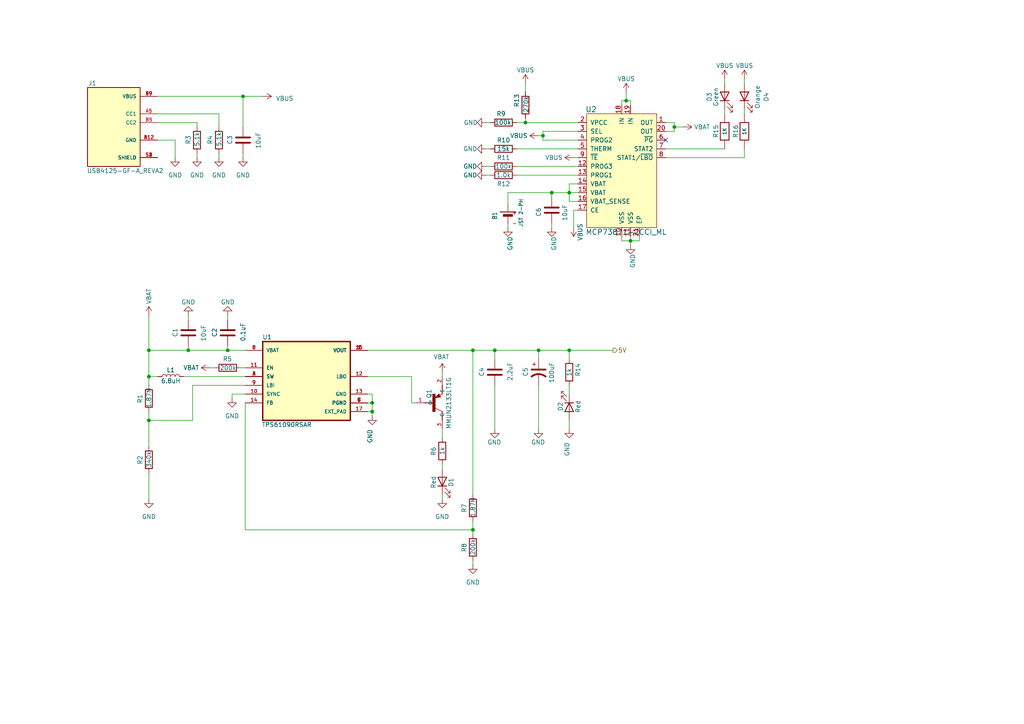
<source format=kicad_sch>
(kicad_sch (version 20210406) (generator eeschema)
  (paper "A4")
  (lib_symbols
    (symbol "Adafruit PowerBoost 1000C Rev B-eagle-import:RESISTOR0805_NOOUTLINE"
      (property "Reference" "R" (at 0 2.54 0))
      (property "Value" "RESISTOR0805_NOOUTLINE" (at 0 0 0))
      (symbol "RESISTOR0805_NOOUTLINE_1_0"
        (polyline (pts (xy -2.54 -1.27) (xy -2.54 1.27)) (stroke (width 0.254)))
        (polyline (pts (xy -2.54 1.27) (xy 2.54 1.27)) (stroke (width 0.254)))
        (polyline (pts (xy 2.54 -1.27) (xy -2.54 -1.27)) (stroke (width 0.254)))
        (polyline (pts (xy 2.54 1.27) (xy 2.54 -1.27)) (stroke (width 0.254)))
        (pin passive line (at -5.08 0 0) (length 2.54) (name "1") (number "1"))
        (pin passive line (at 5.08 0 180) (length 2.54) (name "2") (number "2"))
      )
    )
    (symbol "Device:C" (pin_numbers hide) (pin_names (offset 0.254))
      (property "Reference" "C" (at 0.635 2.54 0))
      (property "Value" "C" (at 0.635 -2.54 0))
      (symbol "C_0_1"
        (polyline (pts (xy -2.032 -0.762) (xy 2.032 -0.762)) (stroke (width 0.508)))
        (polyline (pts (xy -2.032 0.762) (xy 2.032 0.762)) (stroke (width 0.508)))
      )
      (symbol "C_1_1"
        (pin passive line (at 0 3.81 270) (length 2.794) (name "~") (number "1"))
        (pin passive line (at 0 -3.81 90) (length 2.794) (name "~") (number "2"))
      )
    )
    (symbol "Device:C_Polarized_US" (pin_numbers hide) (pin_names (offset 0.254) hide)
      (property "Reference" "C" (at 0.635 2.54 0))
      (property "Value" "C_Polarized_US" (at 0.635 -2.54 0))
      (symbol "C_Polarized_US_0_1"
        (arc (start -2.032 -1.27) (end 2.032 -1.27) (radius (at 0 -3.81) (length 3.2512) (angles 128.7 51.3)) (stroke (width 0.508)))
        (polyline (pts (xy -2.032 0.762) (xy 2.032 0.762)) (stroke (width 0.508)))
        (polyline (pts (xy -1.778 2.286) (xy -0.762 2.286)))
        (polyline (pts (xy -1.27 1.778) (xy -1.27 2.794)))
      )
      (symbol "C_Polarized_US_1_1"
        (pin passive line (at 0 3.81 270) (length 2.794) (name "~") (number "1"))
        (pin passive line (at 0 -3.81 90) (length 3.302) (name "~") (number "2"))
      )
    )
    (symbol "Device:L" (pin_numbers hide) (pin_names (offset 1.016) hide)
      (property "Reference" "L" (at -1.27 0 90))
      (property "Value" "L" (at 1.905 0 90))
      (symbol "L_0_1"
        (arc (start 0 -2.54) (end 0 -1.27) (radius (at 0 -1.905) (length 0.635) (angles -89.9 89.9)))
        (arc (start 0 -1.27) (end 0 0) (radius (at 0 -0.635) (length 0.635) (angles -89.9 89.9)))
        (arc (start 0 0) (end 0 1.27) (radius (at 0 0.635) (length 0.635) (angles -89.9 89.9)))
        (arc (start 0 1.27) (end 0 2.54) (radius (at 0 1.905) (length 0.635) (angles -89.9 89.9)))
      )
      (symbol "L_1_1"
        (pin passive line (at 0 3.81 270) (length 1.27) (name "1") (number "1"))
        (pin passive line (at 0 -3.81 90) (length 1.27) (name "2") (number "2"))
      )
    )
    (symbol "Device:LED" (pin_numbers hide) (pin_names (offset 1.016) hide)
      (property "Reference" "D" (at 0 2.54 0))
      (property "Value" "LED" (at 0 -2.54 0))
      (symbol "LED_0_1"
        (polyline (pts (xy -1.27 -1.27) (xy -1.27 1.27)) (stroke (width 0.254)))
        (polyline (pts (xy -1.27 0) (xy 1.27 0)))
        (polyline (pts (xy 1.27 -1.27) (xy 1.27 1.27) (xy -1.27 0) (xy 1.27 -1.27)) (stroke (width 0.254)))
        (polyline (pts (xy -3.048 -0.762) (xy -4.572 -2.286) (xy -3.81 -2.286) (xy -4.572 -2.286) (xy -4.572 -1.524)))
        (polyline (pts (xy -1.778 -0.762) (xy -3.302 -2.286) (xy -2.54 -2.286) (xy -3.302 -2.286) (xy -3.302 -1.524)))
      )
      (symbol "LED_1_1"
        (pin passive line (at -3.81 0 0) (length 2.54) (name "K") (number "1"))
        (pin passive line (at 3.81 0 180) (length 2.54) (name "A") (number "2"))
      )
    )
    (symbol "Device:R" (pin_numbers hide) (pin_names (offset 0))
      (property "Reference" "R" (at 2.032 0 90))
      (property "Value" "R" (at 0 0 90))
      (symbol "R_0_1"
        (rectangle (start -1.016 -2.54) (end 1.016 2.54) (stroke (width 0.254)))
      )
      (symbol "R_1_1"
        (pin passive line (at 0 3.81 270) (length 1.27) (name "~") (number "1"))
        (pin passive line (at 0 -3.81 90) (length 1.27) (name "~") (number "2"))
      )
    )
    (symbol "JSTPH2:BATTERY"
      (property "Reference" "B" (at -2.54 3.175 0))
      (property "Value" "BATTERY" (at -2.54 -5.08 0))
      (symbol "BATTERY_1_0"
        (text "+" (at 1.27 -1.143 900) (effects (font (size 1.27 1.0795)) (justify right top)))
        (text "-" (at -1.778 -1.143 900) (effects (font (size 1.27 1.0795)) (justify right top)))
        (polyline (pts (xy -2.54 0) (xy -0.635 0)) (stroke (width 0.1524)))
        (polyline (pts (xy -0.508 -1.27) (xy -0.508 1.27)) (stroke (width 0.254)))
        (polyline (pts (xy -0.508 1.27) (xy -0.254 1.27)) (stroke (width 0.254)))
        (polyline (pts (xy -0.254 -1.27) (xy -0.508 -1.27)) (stroke (width 0.254)))
        (polyline (pts (xy -0.254 1.27) (xy -0.254 -1.27)) (stroke (width 0.254)))
        (polyline (pts (xy -0.254 1.27) (xy 0 1.27)) (stroke (width 0.254)))
        (polyline (pts (xy 0 -1.27) (xy -0.254 -1.27)) (stroke (width 0.254)))
        (polyline (pts (xy 0 1.27) (xy 0 -1.27)) (stroke (width 0.254)))
        (polyline (pts (xy 0.762 2.286) (xy 0.762 -2.286)) (stroke (width 0.254)))
        (polyline (pts (xy 0.889 0) (xy 2.54 0)) (stroke (width 0.1524)))
        (pin passive line (at -2.54 0 0) (length 0) (name "-") (number "1"))
        (pin passive line (at 2.54 0 180) (length 0) (name "+") (number "2"))
      )
    )
    (symbol "MMUN2133LT1G:MMUN2133LT1G" (pin_names (offset 1.016))
      (property "Reference" "Q" (at 5.08 0 0))
      (property "Value" "MMUN2133LT1G" (at 5.08 -2.54 0))
      (symbol "MMUN2133LT1G_0_0"
        (rectangle (start -0.254 -2.54) (end 0.508 2.54) (fill (type outline)))
        (polyline (pts (xy -2.54 0) (xy 0 0)) (stroke (width 0.254)))
        (polyline (pts (xy 0.508 1.4732) (xy 2.0828 1.6764)) (stroke (width 0.1524)))
        (polyline (pts (xy 0.762 1.651) (xy 1.778 1.778)) (stroke (width 0.254)))
        (polyline (pts (xy 1.143 1.905) (xy 1.524 1.905)) (stroke (width 0.254)))
        (polyline (pts (xy 1.524 2.159) (xy 1.143 1.905)) (stroke (width 0.254)))
        (polyline (pts (xy 1.524 2.413) (xy 0.762 1.651)) (stroke (width 0.254)))
        (polyline (pts (xy 1.5748 2.5908) (xy 0.508 1.4732)) (stroke (width 0.1524)))
        (polyline (pts (xy 1.778 1.778) (xy 1.524 2.159)) (stroke (width 0.254)))
        (polyline (pts (xy 1.905 1.778) (xy 1.524 2.413)) (stroke (width 0.254)))
        (polyline (pts (xy 2.0828 1.6764) (xy 1.5748 2.5908)) (stroke (width 0.1524)))
        (polyline (pts (xy 2.54 -2.54) (xy 0.508 -1.524)) (stroke (width 0.1524)))
        (polyline (pts (xy 2.54 -2.54) (xy 2.54 -5.08)) (stroke (width 0.254)))
        (polyline (pts (xy 2.54 2.54) (xy 1.8034 2.1336)) (stroke (width 0.1524)))
        (polyline (pts (xy 2.54 5.08) (xy 2.54 2.54)) (stroke (width 0.254)))
        (pin input line (at -5.08 0 0) (length 2.54) (name "B") (number "1"))
        (pin passive line (at 2.54 7.62 270) (length 2.54) (name "E") (number "2"))
        (pin output line (at 2.54 -7.62 90) (length 2.54) (name "C") (number "3"))
      )
    )
    (symbol "TPS61090RSAR:TPS61090RSAR" (pin_names (offset 1.016))
      (property "Reference" "U" (at -12.7254 11.2014 0))
      (property "Value" "TPS61090RSAR" (at -12.7254 -16.7386 0))
      (symbol "TPS61090RSAR_0_0"
        (rectangle (start -12.7 -12.7) (end 12.7 10.16) (stroke (width 0.4064)) (fill (type background)))
        (pin output line (at 17.78 7.62 180) (length 5.08) (name "VOUT") (number "1"))
        (pin input line (at -17.78 -5.08 0) (length 5.08) (name "SYNC") (number "10"))
        (pin input line (at -17.78 2.54 0) (length 5.08) (name "EN") (number "11"))
        (pin output line (at 17.78 0 180) (length 5.08) (name "LBO") (number "12"))
        (pin power_in line (at 17.78 -5.08 180) (length 5.08) (name "GND") (number "13"))
        (pin input line (at -17.78 -7.62 0) (length 5.08) (name "FB") (number "14"))
        (pin output line (at 17.78 7.62 180) (length 5.08) (name "VOUT") (number "15"))
        (pin output line (at 17.78 7.62 180) (length 5.08) (name "VOUT") (number "16"))
        (pin power_in line (at 17.78 -10.16 180) (length 5.08) (name "EXT_PAD") (number "17"))
        (pin input line (at -17.78 0 0) (length 5.08) (name "SW") (number "3"))
        (pin input line (at -17.78 0 0) (length 5.08) (name "SW") (number "4"))
        (pin power_in line (at 17.78 -7.62 180) (length 5.08) (name "PGND") (number "5"))
        (pin power_in line (at 17.78 -7.62 180) (length 5.08) (name "PGND") (number "6"))
        (pin power_in line (at 17.78 -7.62 180) (length 5.08) (name "PGND") (number "7"))
        (pin input line (at -17.78 7.62 0) (length 5.08) (name "VBAT") (number "8"))
        (pin input line (at -17.78 -2.54 0) (length 5.08) (name "LBI") (number "9"))
      )
    )
    (symbol "USB4125-GF-A_REVA2:USB4125-GF-A_REVA2" (pin_names (offset 1.016))
      (property "Reference" "J" (at -7.62 10.922 0))
      (property "Value" "USB4125-GF-A_REVA2" (at -7.62 -13.462 0))
      (symbol "USB4125-GF-A_REVA2_0_0"
        (rectangle (start -7.62 -12.7) (end 7.62 10.16) (stroke (width 0.254)) (fill (type background)))
        (pin power_in line (at -12.7 -5.08 0) (length 5.08) (name "GND") (number "A12"))
        (pin bidirectional line (at -12.7 2.54 0) (length 5.08) (name "CC1") (number "A5"))
        (pin power_in line (at -12.7 7.62 0) (length 5.08) (name "VBUS") (number "A9"))
        (pin power_in line (at -12.7 -5.08 0) (length 5.08) (name "GND") (number "B12"))
        (pin bidirectional line (at -12.7 0 0) (length 5.08) (name "CC2") (number "B5"))
        (pin power_in line (at -12.7 7.62 0) (length 5.08) (name "VBUS") (number "B9"))
        (pin passive line (at -12.7 -10.16 0) (length 5.08) (name "SHIELD") (number "S1"))
        (pin passive line (at -12.7 -10.16 0) (length 5.08) (name "SHIELD") (number "S2"))
        (pin passive line (at -12.7 -10.16 0) (length 5.08) (name "SHIELD") (number "S3"))
        (pin passive line (at -12.7 -10.16 0) (length 5.08) (name "SHIELD") (number "S4"))
      )
    )
    (symbol "custom:VBAT" (power) (in_bom no) (on_board no)
      (property "Value" "VBAT" (at 0 6.35 0))
      (symbol "VBAT_0_1"
        (polyline (pts (xy -0.762 1.27) (xy 0 2.54)))
        (polyline (pts (xy 0 0) (xy 0 2.54)))
        (polyline (pts (xy 0 2.54) (xy 0.762 1.27)))
      )
      (symbol "VBAT_1_1"
        (pin power_in line (at 0 0 90) (length 0) hide (name "VBAT") (number "1"))
      )
    )
    (symbol "dk_PMIC-Battery-Chargers:MCP73871-2CCI_ML" (pin_names (offset 1.016))
      (property "Reference" "U" (at -7.62 13.716 0))
      (property "Value" "MCP73871-2CCI_ML" (at 5.334 -21.59 0))
      (symbol "MCP73871-2CCI_ML_0_1"
        (rectangle (start -10.16 12.7) (end 10.16 -20.32) (fill (type background)))
      )
      (symbol "MCP73871-2CCI_ML_1_1"
        (pin power_out line (at 12.7 10.16 180) (length 2.54) (name "OUT") (number "1"))
        (pin power_in line (at 0 -22.86 90) (length 2.54) (name "VSS") (number "10"))
        (pin power_in line (at 2.54 -22.86 90) (length 2.54) (name "VSS") (number "11"))
        (pin passive line (at -12.7 -2.54 0) (length 2.54) (name "PROG3") (number "12"))
        (pin input line (at -12.7 -5.08 0) (length 2.54) (name "PROG1") (number "13"))
        (pin passive line (at -12.7 -7.62 0) (length 2.54) (name "VBAT") (number "14"))
        (pin passive line (at -12.7 -10.16 0) (length 2.54) (name "VBAT") (number "15"))
        (pin input line (at -12.7 -12.7 0) (length 2.54) (name "VBAT_SENSE") (number "16"))
        (pin input line (at -12.7 -15.24 0) (length 2.54) (name "CE") (number "17"))
        (pin power_in line (at 0 15.24 270) (length 2.54) (name "IN") (number "18"))
        (pin power_in line (at 2.54 15.24 270) (length 2.54) (name "IN") (number "19"))
        (pin input line (at -12.7 10.16 0) (length 2.54) (name "VPCC") (number "2"))
        (pin power_out line (at 12.7 7.62 180) (length 2.54) (name "OUT") (number "20"))
        (pin power_in line (at 5.08 -22.86 90) (length 2.54) (name "EP") (number "21"))
        (pin input line (at -12.7 7.62 0) (length 2.54) (name "SEL") (number "3"))
        (pin input line (at -12.7 5.08 0) (length 2.54) (name "PROG2") (number "4"))
        (pin input line (at -12.7 2.54 0) (length 2.54) (name "THERM") (number "5"))
        (pin output line (at 12.7 5.08 180) (length 2.54) (name "~PG") (number "6"))
        (pin output line (at 12.7 2.54 180) (length 2.54) (name "STAT2") (number "7"))
        (pin output line (at 12.7 0 180) (length 2.54) (name "STAT1/~LBO") (number "8"))
        (pin input line (at -12.7 0 0) (length 2.54) (name "~TE") (number "9"))
      )
    )
    (symbol "power:GND" (power) (pin_names (offset 0))
      (property "Value" "GND" (at 0 -3.81 0))
      (symbol "GND_0_1"
        (polyline (pts (xy 0 0) (xy 0 -1.27) (xy 1.27 -1.27) (xy 0 -2.54) (xy -1.27 -1.27) (xy 0 -1.27)))
      )
      (symbol "GND_1_1"
        (pin power_in line (at 0 0 270) (length 0) hide (name "GND") (number "1"))
      )
    )
    (symbol "power:VBUS" (power) (pin_names (offset 0))
      (property "Value" "VBUS" (at 0 3.81 0))
      (symbol "VBUS_0_1"
        (polyline (pts (xy -0.762 1.27) (xy 0 2.54)))
        (polyline (pts (xy 0 0) (xy 0 2.54)))
        (polyline (pts (xy 0 2.54) (xy 0.762 1.27)))
      )
      (symbol "VBUS_1_1"
        (pin power_in line (at 0 0 90) (length 0) hide (name "VBUS") (number "1"))
      )
    )
  )
  (junction (at 43.18 101.6) (diameter 0.9144))
  (junction (at 43.18 109.22) (diameter 0.9144))
  (junction (at 43.18 121.92) (diameter 0.9144))
  (junction (at 54.61 101.6) (diameter 0.9144))
  (junction (at 66.04 101.6) (diameter 0.9144))
  (junction (at 70.485 27.94) (diameter 0.9144))
  (junction (at 107.95 116.84) (diameter 0.9144))
  (junction (at 107.95 119.38) (diameter 0.9144))
  (junction (at 137.16 101.6) (diameter 0.9144))
  (junction (at 137.16 153.67) (diameter 0.9144))
  (junction (at 143.51 101.6) (diameter 0.9144))
  (junction (at 152.4 35.56) (diameter 0.9144))
  (junction (at 156.21 101.6) (diameter 0.9144))
  (junction (at 157.48 39.37) (diameter 0.9144))
  (junction (at 160.02 55.88) (diameter 0.9144))
  (junction (at 165.1 55.88) (diameter 0.9144))
  (junction (at 165.1 101.6) (diameter 0.9144))
  (junction (at 181.61 29.21) (diameter 0.9144))
  (junction (at 182.88 69.85) (diameter 0.9144))
  (junction (at 195.58 36.83) (diameter 0.9144))
  (no_connect (at 193.04 40.64))
  (wire (pts (xy 43.18 91.44) (xy 43.18 101.6)))
  (wire (pts (xy 43.18 101.6) (xy 43.18 109.22)))
  (wire (pts (xy 43.18 109.22) (xy 43.18 111.76)))
  (wire (pts (xy 43.18 109.22) (xy 45.72 109.22)))
  (wire (pts (xy 43.18 119.38) (xy 43.18 121.92)))
  (wire (pts (xy 43.18 121.92) (xy 43.18 129.54)))
  (wire (pts (xy 43.18 137.16) (xy 43.18 144.78)))
  (wire (pts (xy 45.72 33.02) (xy 63.5 33.02)))
  (wire (pts (xy 45.72 35.56) (xy 57.15 35.56)))
  (wire (pts (xy 45.72 40.64) (xy 50.8 40.64)))
  (wire (pts (xy 50.8 40.64) (xy 50.8 45.72)))
  (wire (pts (xy 53.34 109.22) (xy 71.12 109.22)))
  (wire (pts (xy 54.61 91.44) (xy 54.61 92.71)))
  (wire (pts (xy 54.61 100.33) (xy 54.61 101.6)))
  (wire (pts (xy 54.61 101.6) (xy 43.18 101.6)))
  (wire (pts (xy 55.88 111.76) (xy 55.88 121.92)))
  (wire (pts (xy 55.88 121.92) (xy 43.18 121.92)))
  (wire (pts (xy 57.15 35.56) (xy 57.15 36.83)))
  (wire (pts (xy 57.15 45.72) (xy 57.15 44.45)))
  (wire (pts (xy 60.96 106.68) (xy 62.23 106.68)))
  (wire (pts (xy 63.5 33.02) (xy 63.5 36.83)))
  (wire (pts (xy 63.5 45.72) (xy 63.5 44.45)))
  (wire (pts (xy 66.04 91.44) (xy 66.04 92.71)))
  (wire (pts (xy 66.04 100.33) (xy 66.04 101.6)))
  (wire (pts (xy 66.04 101.6) (xy 54.61 101.6)))
  (wire (pts (xy 67.31 114.3) (xy 67.31 115.57)))
  (wire (pts (xy 67.31 114.3) (xy 71.12 114.3)))
  (wire (pts (xy 69.85 106.68) (xy 71.12 106.68)))
  (wire (pts (xy 70.485 27.94) (xy 45.72 27.94)))
  (wire (pts (xy 70.485 27.94) (xy 76.2 27.94)))
  (wire (pts (xy 70.485 36.83) (xy 70.485 27.94)))
  (wire (pts (xy 70.485 44.45) (xy 70.485 45.72)))
  (wire (pts (xy 71.12 101.6) (xy 66.04 101.6)))
  (wire (pts (xy 71.12 111.76) (xy 55.88 111.76)))
  (wire (pts (xy 71.12 153.67) (xy 71.12 116.84)))
  (wire (pts (xy 106.68 101.6) (xy 137.16 101.6)))
  (wire (pts (xy 106.68 109.22) (xy 119.38 109.22)))
  (wire (pts (xy 106.68 114.3) (xy 107.95 114.3)))
  (wire (pts (xy 106.68 116.84) (xy 107.95 116.84)))
  (wire (pts (xy 106.68 119.38) (xy 107.95 119.38)))
  (wire (pts (xy 107.95 114.3) (xy 107.95 116.84)))
  (wire (pts (xy 107.95 116.84) (xy 107.95 119.38)))
  (wire (pts (xy 107.95 119.38) (xy 107.95 120.65)))
  (wire (pts (xy 119.38 109.22) (xy 119.38 116.84)))
  (wire (pts (xy 119.38 116.84) (xy 120.65 116.84)))
  (wire (pts (xy 128.27 107.95) (xy 128.27 109.22)))
  (wire (pts (xy 128.27 124.46) (xy 128.27 127)))
  (wire (pts (xy 128.27 134.62) (xy 128.27 135.89)))
  (wire (pts (xy 128.27 143.51) (xy 128.27 144.78)))
  (wire (pts (xy 137.16 101.6) (xy 137.16 143.51)))
  (wire (pts (xy 137.16 101.6) (xy 143.51 101.6)))
  (wire (pts (xy 137.16 151.13) (xy 137.16 153.67)))
  (wire (pts (xy 137.16 153.67) (xy 71.12 153.67)))
  (wire (pts (xy 137.16 153.67) (xy 137.16 154.94)))
  (wire (pts (xy 137.16 162.56) (xy 137.16 163.83)))
  (wire (pts (xy 140.97 43.18) (xy 142.24 43.18)))
  (wire (pts (xy 140.97 48.26) (xy 142.24 48.26)))
  (wire (pts (xy 140.97 50.8) (xy 142.24 50.8)))
  (wire (pts (xy 142.24 35.56) (xy 140.97 35.56)))
  (wire (pts (xy 143.51 101.6) (xy 143.51 104.14)))
  (wire (pts (xy 143.51 101.6) (xy 156.21 101.6)))
  (wire (pts (xy 143.51 111.76) (xy 143.51 124.46)))
  (wire (pts (xy 147.32 55.88) (xy 160.02 55.88)))
  (wire (pts (xy 147.32 59.69) (xy 147.32 55.88)))
  (wire (pts (xy 147.32 64.77) (xy 147.32 66.04)))
  (wire (pts (xy 149.86 43.18) (xy 167.64 43.18)))
  (wire (pts (xy 149.86 48.26) (xy 167.64 48.26)))
  (wire (pts (xy 149.86 50.8) (xy 167.64 50.8)))
  (wire (pts (xy 152.4 24.13) (xy 152.4 26.67)))
  (wire (pts (xy 152.4 34.29) (xy 152.4 35.56)))
  (wire (pts (xy 152.4 35.56) (xy 149.86 35.56)))
  (wire (pts (xy 152.4 35.56) (xy 167.64 35.56)))
  (wire (pts (xy 156.21 39.37) (xy 157.48 39.37)))
  (wire (pts (xy 156.21 101.6) (xy 156.21 104.14)))
  (wire (pts (xy 156.21 101.6) (xy 165.1 101.6)))
  (wire (pts (xy 156.21 111.76) (xy 156.21 124.46)))
  (wire (pts (xy 157.48 38.1) (xy 157.48 39.37)))
  (wire (pts (xy 157.48 39.37) (xy 157.48 40.64)))
  (wire (pts (xy 157.48 40.64) (xy 167.64 40.64)))
  (wire (pts (xy 160.02 55.88) (xy 160.02 57.15)))
  (wire (pts (xy 160.02 64.77) (xy 160.02 66.04)))
  (wire (pts (xy 165.1 53.34) (xy 165.1 55.88)))
  (wire (pts (xy 165.1 55.88) (xy 160.02 55.88)))
  (wire (pts (xy 165.1 55.88) (xy 165.1 58.42)))
  (wire (pts (xy 165.1 55.88) (xy 167.64 55.88)))
  (wire (pts (xy 165.1 58.42) (xy 167.64 58.42)))
  (wire (pts (xy 165.1 101.6) (xy 165.1 104.14)))
  (wire (pts (xy 165.1 111.76) (xy 165.1 114.3)))
  (wire (pts (xy 165.1 121.92) (xy 165.1 124.46)))
  (wire (pts (xy 166.37 45.72) (xy 167.64 45.72)))
  (wire (pts (xy 166.37 60.96) (xy 166.37 66.04)))
  (wire (pts (xy 167.64 38.1) (xy 157.48 38.1)))
  (wire (pts (xy 167.64 53.34) (xy 165.1 53.34)))
  (wire (pts (xy 167.64 60.96) (xy 166.37 60.96)))
  (wire (pts (xy 177.8 101.6) (xy 165.1 101.6)))
  (wire (pts (xy 180.34 29.21) (xy 181.61 29.21)))
  (wire (pts (xy 180.34 30.48) (xy 180.34 29.21)))
  (wire (pts (xy 180.34 68.58) (xy 180.34 69.85)))
  (wire (pts (xy 180.34 69.85) (xy 182.88 69.85)))
  (wire (pts (xy 181.61 29.21) (xy 181.61 26.67)))
  (wire (pts (xy 181.61 29.21) (xy 182.88 29.21)))
  (wire (pts (xy 182.88 30.48) (xy 182.88 29.21)))
  (wire (pts (xy 182.88 68.58) (xy 182.88 69.85)))
  (wire (pts (xy 182.88 69.85) (xy 182.88 71.12)))
  (wire (pts (xy 185.42 68.58) (xy 185.42 69.85)))
  (wire (pts (xy 185.42 69.85) (xy 182.88 69.85)))
  (wire (pts (xy 193.04 35.56) (xy 195.58 35.56)))
  (wire (pts (xy 193.04 43.18) (xy 210.185 43.18)))
  (wire (pts (xy 193.04 45.72) (xy 215.9 45.72)))
  (wire (pts (xy 195.58 35.56) (xy 195.58 36.83)))
  (wire (pts (xy 195.58 36.83) (xy 198.12 36.83)))
  (wire (pts (xy 195.58 38.1) (xy 193.04 38.1)))
  (wire (pts (xy 195.58 38.1) (xy 195.58 36.83)))
  (wire (pts (xy 210.185 22.86) (xy 210.185 24.13)))
  (wire (pts (xy 210.185 33.02) (xy 210.185 31.75)))
  (wire (pts (xy 215.9 24.13) (xy 215.9 22.86)))
  (wire (pts (xy 215.9 31.75) (xy 215.9 33.02)))
  (wire (pts (xy 215.9 43.18) (xy 215.9 45.72)))
  (hierarchical_label "5V" (shape output) (at 177.8 101.6 0))
  (symbol (lib_id "custom:VBAT") (at 43.18 91.44 0) (unit 1) (in_bom no) (on_board no)
    (property "Reference" "#PWR01" (effects hide))
    (property "Value" "VBAT" (at 43.1799 88.265 90) (effects (justify left)))
  )
  (symbol (lib_id "custom:VBAT") (at 60.96 106.68 90) (unit 1) (in_bom no) (on_board no)
    (property "Reference" "#PWR06" (effects hide))
    (property "Value" "VBAT" (at 57.785 106.6801 90) (effects (justify left)))
  )
  (symbol (lib_id "power:VBUS") (at 76.2 27.94 270) (unit 1)
    (property "Reference" "#PWR011" (effects hide))
    (property "Value" "VBUS" (at 80.01 28.5749 90) (effects (justify left)))
  )
  (symbol (lib_id "custom:VBAT") (at 128.27 107.95 0) (unit 1) (in_bom no) (on_board no)
    (property "Reference" "#PWR013" (effects hide))
    (property "Value" "VBAT" (at 125.7299 103.505 0) (effects (justify left)))
  )
  (symbol (lib_id "power:VBUS") (at 152.4 24.13 0) (unit 1)
    (property "Reference" "#PWR022" (effects hide))
    (property "Value" "VBUS" (at 152.4 20.32 0))
  )
  (symbol (lib_id "power:VBUS") (at 156.21 39.37 90) (unit 1)
    (property "Reference" "#PWR023" (effects hide))
    (property "Value" "VBUS" (at 153.035 39.3699 90) (effects (justify left)))
  )
  (symbol (lib_id "power:VBUS") (at 166.37 45.72 90) (unit 1)
    (property "Reference" "#PWR027" (effects hide))
    (property "Value" "VBUS" (at 163.195 45.7199 90) (effects (justify left)))
  )
  (symbol (lib_id "power:VBUS") (at 166.37 66.04 180) (unit 1)
    (property "Reference" "#PWR028" (effects hide))
    (property "Value" "VBUS" (at 168.2749 64.77 90) (effects (justify left)))
  )
  (symbol (lib_id "power:VBUS") (at 181.61 26.67 0) (unit 1)
    (property "Reference" "#PWR029" (effects hide))
    (property "Value" "VBUS" (at 181.61 22.86 0))
  )
  (symbol (lib_id "custom:VBAT") (at 198.12 36.83 270) (unit 1) (in_bom no) (on_board no)
    (property "Reference" "#PWR031" (effects hide))
    (property "Value" "VBAT" (at 201.295 36.8299 90) (effects (justify left)))
  )
  (symbol (lib_id "power:VBUS") (at 210.185 22.86 0) (unit 1)
    (property "Reference" "#PWR032" (effects hide))
    (property "Value" "VBUS" (at 207.6449 19.05 0) (effects (justify left)))
  )
  (symbol (lib_id "power:VBUS") (at 215.9 22.86 0) (unit 1)
    (property "Reference" "#PWR033" (effects hide))
    (property "Value" "VBUS" (at 213.3599 19.05 0) (effects (justify left)))
  )
  (symbol (lib_id "power:GND") (at 43.18 144.78 0) (unit 1)
    (property "Reference" "#PWR02" (effects hide))
    (property "Value" "GND" (at 43.18 149.86 0))
  )
  (symbol (lib_id "power:GND") (at 50.8 45.72 0) (unit 1)
    (property "Reference" "#PWR03" (effects hide))
    (property "Value" "GND" (at 50.8 50.8 0))
  )
  (symbol (lib_id "power:GND") (at 54.61 91.44 180) (unit 1)
    (property "Reference" "#PWR04" (effects hide))
    (property "Value" "GND" (at 54.61 87.63 0))
  )
  (symbol (lib_id "power:GND") (at 57.15 45.72 0) (unit 1)
    (property "Reference" "#PWR05" (effects hide))
    (property "Value" "GND" (at 57.15 50.8 0))
  )
  (symbol (lib_id "power:GND") (at 63.5 45.72 0) (unit 1)
    (property "Reference" "#PWR07" (effects hide))
    (property "Value" "GND" (at 63.5 50.8 0))
  )
  (symbol (lib_id "power:GND") (at 66.04 91.44 180) (unit 1)
    (property "Reference" "#PWR08" (effects hide))
    (property "Value" "GND" (at 66.04 87.63 0))
  )
  (symbol (lib_id "power:GND") (at 67.31 115.57 0) (unit 1)
    (property "Reference" "#PWR09" (effects hide))
    (property "Value" "GND" (at 67.31 120.65 0))
  )
  (symbol (lib_id "power:GND") (at 70.485 45.72 0) (unit 1)
    (property "Reference" "#PWR010" (effects hide))
    (property "Value" "GND" (at 70.485 50.8 0))
  )
  (symbol (lib_id "power:GND") (at 107.95 120.65 0) (unit 1)
    (property "Reference" "#PWR012" (effects hide))
    (property "Value" "GND" (at 107.3151 124.46 90) (effects (justify right)))
  )
  (symbol (lib_id "power:GND") (at 128.27 144.78 0) (unit 1)
    (property "Reference" "#PWR014" (effects hide))
    (property "Value" "GND" (at 128.27 149.86 0))
  )
  (symbol (lib_id "power:GND") (at 137.16 163.83 0) (unit 1)
    (property "Reference" "#PWR015" (effects hide))
    (property "Value" "GND" (at 137.16 168.91 0))
  )
  (symbol (lib_id "power:GND") (at 140.97 35.56 270) (unit 1)
    (property "Reference" "#PWR016" (effects hide))
    (property "Value" "GND" (at 136.525 35.56 90))
  )
  (symbol (lib_id "power:GND") (at 140.97 43.18 270) (unit 1)
    (property "Reference" "#PWR017" (effects hide))
    (property "Value" "GND" (at 138.43 43.1799 90) (effects (justify right)))
  )
  (symbol (lib_id "power:GND") (at 140.97 48.26 270) (unit 1)
    (property "Reference" "#PWR018" (effects hide))
    (property "Value" "GND" (at 138.43 48.2599 90) (effects (justify right)))
  )
  (symbol (lib_id "power:GND") (at 140.97 50.8 270) (unit 1)
    (property "Reference" "#PWR019" (effects hide))
    (property "Value" "GND" (at 138.43 50.7999 90) (effects (justify right)))
  )
  (symbol (lib_id "power:GND") (at 143.51 124.46 0) (unit 1)
    (property "Reference" "#PWR020" (effects hide))
    (property "Value" "GND" (at 145.4151 128.27 0) (effects (justify right)))
  )
  (symbol (lib_id "power:GND") (at 147.32 66.04 0) (unit 1)
    (property "Reference" "#PWR021" (effects hide))
    (property "Value" "GND" (at 147.9549 68.58 90) (effects (justify right)))
  )
  (symbol (lib_id "power:GND") (at 156.21 124.46 0) (unit 1)
    (property "Reference" "#PWR024" (effects hide))
    (property "Value" "GND" (at 158.1151 128.27 0) (effects (justify right)))
  )
  (symbol (lib_id "power:GND") (at 160.02 66.04 0) (unit 1)
    (property "Reference" "#PWR025" (effects hide))
    (property "Value" "GND" (at 160.6549 68.58 90) (effects (justify right)))
  )
  (symbol (lib_id "power:GND") (at 165.1 124.46 0) (unit 1)
    (property "Reference" "#PWR026" (effects hide))
    (property "Value" "GND" (at 164.4651 128.27 90) (effects (justify right)))
  )
  (symbol (lib_id "power:GND") (at 182.88 71.12 0) (unit 1)
    (property "Reference" "#PWR030" (effects hide))
    (property "Value" "GND" (at 183.5149 73.66 90) (effects (justify right)))
  )
  (symbol (lib_id "Device:L") (at 49.53 109.22 90) (unit 1)
    (property "Reference" "L1" (at 49.53 107.315 90))
    (property "Value" "6.8uH" (at 49.53 110.49 90))
    (property "Footprint" "NRS5030T6R8MMGJ:NRS5030T6R8MMGJ" (effects hide))
  )
  (symbol (lib_id "Device:R") (at 43.18 115.57 0) (unit 1)
    (property "Reference" "R1" (at 40.64 114.3001 90) (effects (justify right)))
    (property "Value" "1.87M" (at 43.18 112.3951 90) (effects (justify right)))
    (property "Footprint" "Resistor_SMD:R_1206_3216Metric_Pad1.30x1.75mm_HandSolder" (effects hide))
  )
  (symbol (lib_id "Device:R") (at 43.18 133.35 0) (unit 1)
    (property "Reference" "R2" (at 40.64 132.0801 90) (effects (justify right)))
    (property "Value" "340k" (at 43.18 130.8101 90) (effects (justify right)))
    (property "Footprint" "Resistor_SMD:R_1206_3216Metric_Pad1.30x1.75mm_HandSolder" (effects hide))
  )
  (symbol (lib_id "Device:R") (at 57.15 40.64 180) (unit 1)
    (property "Reference" "R3" (at 54.61 41.9099 90) (effects (justify right)))
    (property "Value" "5.1k" (at 57.15 42.5449 90) (effects (justify right)))
    (property "Footprint" "Resistor_SMD:R_1206_3216Metric_Pad1.30x1.75mm_HandSolder" (effects hide))
  )
  (symbol (lib_id "Device:R") (at 63.5 40.64 180) (unit 1)
    (property "Reference" "R4" (at 60.96 41.9099 90) (effects (justify right)))
    (property "Value" "5.1k" (at 63.5 42.5449 90) (effects (justify right)))
    (property "Footprint" "Resistor_SMD:R_1206_3216Metric_Pad1.30x1.75mm_HandSolder" (effects hide))
  )
  (symbol (lib_id "Device:R") (at 66.04 106.68 270) (unit 1)
    (property "Reference" "R5" (at 67.3099 104.14 90) (effects (justify right)))
    (property "Value" "200k" (at 68.5799 106.68 90) (effects (justify right)))
    (property "Footprint" "Resistor_SMD:R_1206_3216Metric_Pad1.30x1.75mm_HandSolder" (effects hide))
  )
  (symbol (lib_id "Device:R") (at 128.27 130.81 0) (unit 1)
    (property "Reference" "R6" (at 125.73 129.5401 90) (effects (justify right)))
    (property "Value" "1k" (at 128.27 129.5401 90) (effects (justify right)))
    (property "Footprint" "Resistor_SMD:R_1206_3216Metric_Pad1.30x1.75mm_HandSolder" (effects hide))
  )
  (symbol (lib_id "Device:R") (at 137.16 147.32 0) (unit 1)
    (property "Reference" "R7" (at 134.62 146.0501 90) (effects (justify right)))
    (property "Value" "1.87M" (at 137.16 144.1451 90) (effects (justify right)))
    (property "Footprint" "Resistor_SMD:R_1206_3216Metric_Pad1.30x1.75mm_HandSolder" (effects hide))
  )
  (symbol (lib_id "Device:R") (at 137.16 158.75 0) (unit 1)
    (property "Reference" "R8" (at 134.62 157.4801 90) (effects (justify right)))
    (property "Value" "200k" (at 137.16 156.2101 90) (effects (justify right)))
    (property "Footprint" "Resistor_SMD:R_1206_3216Metric_Pad1.30x1.75mm_HandSolder" (effects hide))
  )
  (symbol (lib_id "Device:R") (at 146.05 35.56 270) (unit 1)
    (property "Reference" "R9" (at 146.6849 33.02 90) (effects (justify right)))
    (property "Value" "100k" (at 148.3416 35.5175 90) (effects (justify right)))
    (property "Footprint" "Resistor_SMD:R_1206_3216Metric_Pad1.30x1.75mm_HandSolder" (effects hide))
  )
  (symbol (lib_id "Device:R") (at 146.05 43.18 270) (unit 1)
    (property "Reference" "R10" (at 146.05 40.64 90))
    (property "Value" "15k" (at 146.05 43.18 90))
    (property "Footprint" "Resistor_SMD:R_1206_3216Metric_Pad1.30x1.75mm_HandSolder" (effects hide))
  )
  (symbol (lib_id "Device:R") (at 146.05 48.26 270) (unit 1)
    (property "Reference" "R11" (at 146.05 45.72 90))
    (property "Value" "100k" (at 146.05 48.26 90))
    (property "Footprint" "Resistor_SMD:R_1206_3216Metric_Pad1.30x1.75mm_HandSolder" (effects hide))
  )
  (symbol (lib_id "Device:R") (at 146.05 50.8 270) (unit 1)
    (property "Reference" "R12" (at 146.05 53.34 90))
    (property "Value" "1.0k" (at 146.05 50.8 90))
    (property "Footprint" "Resistor_SMD:R_1206_3216Metric_Pad1.30x1.75mm_HandSolder" (effects hide))
  )
  (symbol (lib_id "Device:R") (at 152.4 30.48 180) (unit 1)
    (property "Reference" "R13" (at 149.86 31.1149 90) (effects (justify right)))
    (property "Value" "270k" (at 152.5498 32.7095 90) (effects (justify right)))
    (property "Footprint" "Resistor_SMD:R_1206_3216Metric_Pad1.30x1.75mm_HandSolder" (effects hide))
  )
  (symbol (lib_id "Device:R") (at 165.1 107.95 180) (unit 1)
    (property "Reference" "R14" (at 167.64 109.2199 90) (effects (justify right)))
    (property "Value" "1k" (at 165.1 109.2199 90) (effects (justify right)))
    (property "Footprint" "Resistor_SMD:R_1206_3216Metric_Pad1.30x1.75mm_HandSolder" (effects hide))
  )
  (symbol (lib_id "Adafruit PowerBoost 1000C Rev B-eagle-import:RESISTOR0805_NOOUTLINE") (at 210.185 38.1 270) (unit 1)
    (property "Reference" "R15" (at 207.645 38.1 0))
    (property "Value" "1K" (at 210.185 38.1 0) (effects (font (size 1.016 1.016) bold)))
    (property "Footprint" "Resistor_SMD:R_1206_3216Metric_Pad1.30x1.75mm_HandSolder" (effects hide))
  )
  (symbol (lib_id "Adafruit PowerBoost 1000C Rev B-eagle-import:RESISTOR0805_NOOUTLINE") (at 215.9 38.1 270) (unit 1)
    (property "Reference" "R16" (at 213.36 38.1 0))
    (property "Value" "1K" (at 215.9 38.1 0) (effects (font (size 1.016 1.016) bold)))
    (property "Footprint" "Resistor_SMD:R_1206_3216Metric_Pad1.30x1.75mm_HandSolder" (effects hide))
  )
  (symbol (lib_id "JSTPH2:BATTERY") (at 147.32 62.23 90) (unit 1)
    (property "Reference" "B1" (at 143.51 61.3981 0) (effects (font (size 1.27 1.0795)) (justify right)))
    (property "Value" "JST 2-PH" (at 151.13 57.5881 0) (effects (font (size 1.0795 1.0795)) (justify right)))
    (property "Footprint" "JSTPH2:JSTPH2" (effects hide))
  )
  (symbol (lib_id "Device:LED") (at 128.27 139.7 90) (unit 1)
    (property "Reference" "D1" (at 130.81 139.8905 0))
    (property "Value" "Red" (at 125.73 139.8905 0))
    (property "Footprint" "digikey-footprints:LED_5mm_Radial" (effects hide))
  )
  (symbol (lib_id "Device:LED") (at 165.1 118.11 270) (unit 1)
    (property "Reference" "D2" (at 162.56 117.9195 0))
    (property "Value" "Red" (at 167.64 117.9195 0))
    (property "Footprint" "digikey-footprints:LED_5mm_Radial" (effects hide))
  )
  (symbol (lib_id "Device:LED") (at 210.185 27.94 90) (unit 1)
    (property "Reference" "D3" (at 205.74 28.1305 0))
    (property "Value" "Green" (at 207.645 28.1305 0))
    (property "Footprint" "digikey-footprints:LED_5mm_Radial" (effects hide))
  )
  (symbol (lib_id "Device:LED") (at 215.9 27.94 90) (unit 1)
    (property "Reference" "D4" (at 222.25 28.1305 0))
    (property "Value" "Orange" (at 219.71 28.1305 0))
    (property "Footprint" "digikey-footprints:LED_5mm_Radial" (effects hide))
  )
  (symbol (lib_id "Device:C") (at 54.61 96.52 0) (unit 1)
    (property "Reference" "C1" (at 50.8 97.7899 90) (effects (justify left)))
    (property "Value" "10uF" (at 59.055 99.0599 90) (effects (justify left)))
    (property "Footprint" "Capacitor_SMD:C_1206_3216Metric_Pad1.33x1.80mm_HandSolder" (effects hide))
  )
  (symbol (lib_id "Device:C") (at 66.04 96.52 0) (unit 1)
    (property "Reference" "C2" (at 62.23 97.7899 90) (effects (justify left)))
    (property "Value" "0.1uF" (at 70.485 99.0599 90) (effects (justify left)))
    (property "Footprint" "Capacitor_SMD:C_1206_3216Metric_Pad1.33x1.80mm_HandSolder" (effects hide))
  )
  (symbol (lib_id "Device:C") (at 70.485 40.64 0) (unit 1)
    (property "Reference" "C3" (at 66.675 41.9099 90) (effects (justify left)))
    (property "Value" "10uF" (at 74.93 43.1799 90) (effects (justify left)))
    (property "Footprint" "Capacitor_SMD:C_1206_3216Metric_Pad1.33x1.80mm_HandSolder" (effects hide))
  )
  (symbol (lib_id "Device:C") (at 143.51 107.95 0) (unit 1)
    (property "Reference" "C4" (at 139.7 109.2199 90) (effects (justify left)))
    (property "Value" "2.2uF" (at 147.955 110.4899 90) (effects (justify left)))
    (property "Footprint" "Capacitor_SMD:C_1206_3216Metric_Pad1.33x1.80mm_HandSolder" (effects hide))
  )
  (symbol (lib_id "Device:C_Polarized_US") (at 156.21 107.95 0) (unit 1)
    (property "Reference" "C5" (at 152.4 109.2199 90) (effects (justify left)))
    (property "Value" "100uF" (at 160.02 111.1249 90) (effects (justify left)))
    (property "Footprint" "Capacitor_SMD:C_1206_3216Metric_Pad1.33x1.80mm_HandSolder" (effects hide))
  )
  (symbol (lib_id "Device:C") (at 160.02 60.96 0) (unit 1)
    (property "Reference" "C6" (at 156.21 62.8649 90) (effects (justify left)))
    (property "Value" "10uF" (at 163.83 64.1349 90) (effects (justify left)))
    (property "Footprint" "Capacitor_SMD:C_1206_3216Metric_Pad1.33x1.80mm_HandSolder" (effects hide))
  )
  (symbol (lib_id "MMUN2133LT1G:MMUN2133LT1G") (at 125.73 116.84 0) (unit 1)
    (property "Reference" "Q1" (at 124.46 115.5699 90) (effects (justify left)))
    (property "Value" "MMUN2133LT1G" (at 130.175 124.4599 90) (effects (justify left)))
    (property "Footprint" "MMUN2133LT1G:SOT95P240X111-3N" (effects hide))
    (property "MANUFACTURER" "ON Semiconductor" (effects hide))
  )
  (symbol (lib_id "USB4125-GF-A_REVA2:USB4125-GF-A_REVA2") (at 33.02 35.56 0) (mirror y) (unit 1)
    (property "Reference" "J1" (at 26.797 24.13 0))
    (property "Value" "USB4125-GF-A_REVA2" (at 36.322 49.53 0))
    (property "Footprint" "USB4125-GF-A_REVA2:GCT_USB4125-GF-A_REVA2" (effects hide))
    (property "STANDARD" "Manufacturer Recommendations" (effects hide))
    (property "MANUFACTURER" "GCT" (effects hide))
    (property "PARTREV" "Rev A2" (effects hide))
    (property "MAXIMUM_PACKAGE_HEIGHT" "3.16 mm" (effects hide))
  )
  (symbol (lib_id "TPS61090RSAR:TPS61090RSAR") (at 88.9 109.22 0) (unit 1)
    (property "Reference" "U1" (at 77.47 97.79 0))
    (property "Value" "TPS61090RSAR" (at 83.185 123.19 0))
    (property "Footprint" "TPS61090RSAR:QFN65P400X400X100-17N" (effects hide))
    (property "MP" "TPS61090RSAR" (effects hide))
    (property "PACKAGE" "VQFN-16 Texas Instruments" (effects hide))
    (property "PRICE" "1.48 USD" (effects hide))
    (property "AVAILABILITY" "Good" (effects hide))
    (property "MF" "Texas Instruments" (effects hide))
    (property "DESCRIPTION" "2A Switch, 96% Efficient Boost Converter 16-QFN -40 to 85" (effects hide))
    (property "SNAPEDA_PACKAGE_ID" "22461" (effects hide))
  )
  (symbol (lib_id "dk_PMIC-Battery-Chargers:MCP73871-2CCI_ML") (at 180.34 45.72 0) (unit 1)
    (property "Reference" "U2" (at 171.45 31.75 0) (effects (font (size 1.524 1.524))))
    (property "Value" "MCP73871-2CCI_ML" (at 181.61 67.31 0) (effects (font (size 1.524 1.524))))
    (property "Footprint" "digikey-footprints:QFN-20-1EP_4x4mm" (effects hide))
    (property "Datasheet" "http://www.microchip.com/mymicrochip/filehandler.aspx?ddocname=en536709" (effects hide))
    (property "Digi-Key_PN" "MCP73871-2CCI/ML-ND" (effects hide))
    (property "MPN" "MCP73871-2CCI/ML" (effects hide))
    (property "Category" "Integrated Circuits (ICs)" (effects hide))
    (property "Family" "PMIC - Battery Chargers" (effects hide))
    (property "DK_Datasheet_Link" "http://www.microchip.com/mymicrochip/filehandler.aspx?ddocname=en536709" (effects hide))
    (property "DK_Detail_Page" "/product-detail/en/microchip-technology/MCP73871-2CCI-ML/MCP73871-2CCI-ML-ND/1680971" (effects hide))
    (property "Description" "IC USB/AC BATT CHRGR W/PPM 20QFN" (effects hide))
    (property "Manufacturer" "Microchip Technology" (effects hide))
    (property "Status" "Active" (effects hide))
  )
)
</source>
